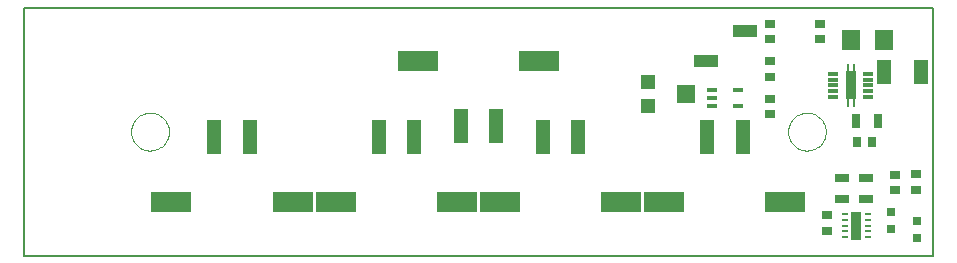
<source format=gtp>
G75*
G70*
%OFA0B0*%
%FSLAX24Y24*%
%IPPOS*%
%LPD*%
%AMOC8*
5,1,8,0,0,1.08239X$1,22.5*
%
%ADD10C,0.0080*%
%ADD11R,0.0315X0.0472*%
%ADD12R,0.0335X0.0117*%
%ADD13R,0.0110X0.0276*%
%ADD14R,0.0340X0.0940*%
%ADD15R,0.0354X0.0276*%
%ADD16R,0.0276X0.0354*%
%ADD17R,0.0630X0.0709*%
%ADD18R,0.0472X0.0787*%
%ADD19R,0.0472X0.0315*%
%ADD20R,0.0315X0.0315*%
%ADD21C,0.0000*%
%ADD22R,0.1350X0.0650*%
%ADD23R,0.0500X0.1150*%
%ADD24R,0.0197X0.0098*%
%ADD25R,0.0331X0.0945*%
%ADD26R,0.0472X0.0472*%
%ADD27R,0.0591X0.0630*%
%ADD28R,0.0787X0.0394*%
%ADD29R,0.0354X0.0157*%
D10*
X000140Y000149D02*
X000140Y008409D01*
X030439Y008409D01*
X030439Y000149D01*
X000140Y000149D01*
D11*
X027888Y004619D03*
X028597Y004619D03*
D12*
X028273Y005426D03*
X028273Y005623D03*
X028273Y005819D03*
X028273Y006016D03*
X028273Y006213D03*
X027112Y006213D03*
X027112Y006016D03*
X027112Y005819D03*
X027112Y005623D03*
X027112Y005426D03*
D13*
X027594Y005229D03*
X027791Y005229D03*
X027791Y006410D03*
X027594Y006410D03*
D14*
X027692Y005819D03*
D15*
X024992Y006114D03*
X024992Y006625D03*
X024992Y007364D03*
X024992Y007875D03*
X026672Y007875D03*
X026672Y007364D03*
X024992Y005375D03*
X024992Y004864D03*
X029179Y002844D03*
X029882Y002858D03*
X029882Y002346D03*
X029179Y002332D03*
X026920Y001484D03*
X026920Y000972D03*
D16*
X027907Y003939D03*
X028418Y003939D03*
D17*
X028794Y007339D03*
X027691Y007339D03*
D18*
X028793Y006269D03*
X030052Y006269D03*
D19*
X028191Y002740D03*
X027414Y002740D03*
X027414Y002031D03*
X028191Y002031D03*
D20*
X029040Y001614D03*
X029892Y001314D03*
X029040Y001023D03*
X029892Y000724D03*
D21*
X025608Y004279D02*
X025610Y004329D01*
X025616Y004379D01*
X025626Y004428D01*
X025640Y004476D01*
X025657Y004523D01*
X025678Y004568D01*
X025703Y004612D01*
X025731Y004653D01*
X025763Y004692D01*
X025797Y004729D01*
X025834Y004763D01*
X025874Y004793D01*
X025916Y004820D01*
X025960Y004844D01*
X026006Y004865D01*
X026053Y004881D01*
X026101Y004894D01*
X026151Y004903D01*
X026200Y004908D01*
X026251Y004909D01*
X026301Y004906D01*
X026350Y004899D01*
X026399Y004888D01*
X026447Y004873D01*
X026493Y004855D01*
X026538Y004833D01*
X026581Y004807D01*
X026622Y004778D01*
X026661Y004746D01*
X026697Y004711D01*
X026729Y004673D01*
X026759Y004633D01*
X026786Y004590D01*
X026809Y004546D01*
X026828Y004500D01*
X026844Y004452D01*
X026856Y004403D01*
X026864Y004354D01*
X026868Y004304D01*
X026868Y004254D01*
X026864Y004204D01*
X026856Y004155D01*
X026844Y004106D01*
X026828Y004058D01*
X026809Y004012D01*
X026786Y003968D01*
X026759Y003925D01*
X026729Y003885D01*
X026697Y003847D01*
X026661Y003812D01*
X026622Y003780D01*
X026581Y003751D01*
X026538Y003725D01*
X026493Y003703D01*
X026447Y003685D01*
X026399Y003670D01*
X026350Y003659D01*
X026301Y003652D01*
X026251Y003649D01*
X026200Y003650D01*
X026151Y003655D01*
X026101Y003664D01*
X026053Y003677D01*
X026006Y003693D01*
X025960Y003714D01*
X025916Y003738D01*
X025874Y003765D01*
X025834Y003795D01*
X025797Y003829D01*
X025763Y003866D01*
X025731Y003905D01*
X025703Y003946D01*
X025678Y003990D01*
X025657Y004035D01*
X025640Y004082D01*
X025626Y004130D01*
X025616Y004179D01*
X025610Y004229D01*
X025608Y004279D01*
X003711Y004279D02*
X003713Y004329D01*
X003719Y004379D01*
X003729Y004428D01*
X003743Y004476D01*
X003760Y004523D01*
X003781Y004568D01*
X003806Y004612D01*
X003834Y004653D01*
X003866Y004692D01*
X003900Y004729D01*
X003937Y004763D01*
X003977Y004793D01*
X004019Y004820D01*
X004063Y004844D01*
X004109Y004865D01*
X004156Y004881D01*
X004204Y004894D01*
X004254Y004903D01*
X004303Y004908D01*
X004354Y004909D01*
X004404Y004906D01*
X004453Y004899D01*
X004502Y004888D01*
X004550Y004873D01*
X004596Y004855D01*
X004641Y004833D01*
X004684Y004807D01*
X004725Y004778D01*
X004764Y004746D01*
X004800Y004711D01*
X004832Y004673D01*
X004862Y004633D01*
X004889Y004590D01*
X004912Y004546D01*
X004931Y004500D01*
X004947Y004452D01*
X004959Y004403D01*
X004967Y004354D01*
X004971Y004304D01*
X004971Y004254D01*
X004967Y004204D01*
X004959Y004155D01*
X004947Y004106D01*
X004931Y004058D01*
X004912Y004012D01*
X004889Y003968D01*
X004862Y003925D01*
X004832Y003885D01*
X004800Y003847D01*
X004764Y003812D01*
X004725Y003780D01*
X004684Y003751D01*
X004641Y003725D01*
X004596Y003703D01*
X004550Y003685D01*
X004502Y003670D01*
X004453Y003659D01*
X004404Y003652D01*
X004354Y003649D01*
X004303Y003650D01*
X004254Y003655D01*
X004204Y003664D01*
X004156Y003677D01*
X004109Y003693D01*
X004063Y003714D01*
X004019Y003738D01*
X003977Y003765D01*
X003937Y003795D01*
X003900Y003829D01*
X003866Y003866D01*
X003834Y003905D01*
X003806Y003946D01*
X003781Y003990D01*
X003760Y004035D01*
X003743Y004082D01*
X003729Y004130D01*
X003719Y004179D01*
X003713Y004229D01*
X003711Y004279D01*
D22*
X005056Y001940D03*
X009100Y001940D03*
X010531Y001940D03*
X014574Y001940D03*
X016005Y001940D03*
X020048Y001940D03*
X021480Y001940D03*
X025523Y001940D03*
X017311Y006617D03*
X013268Y006617D03*
D23*
X014699Y004460D03*
X015880Y004460D03*
X017436Y004098D03*
X018617Y004098D03*
X022911Y004098D03*
X024092Y004098D03*
X013143Y004098D03*
X011962Y004098D03*
X007669Y004098D03*
X006487Y004098D03*
D24*
X027516Y001543D03*
X027516Y001346D03*
X027516Y001149D03*
X027516Y000952D03*
X027516Y000755D03*
X028264Y000755D03*
X028264Y000952D03*
X028264Y001149D03*
X028264Y001346D03*
X028264Y001543D03*
D25*
X027890Y001149D03*
D26*
X020931Y005130D03*
X020931Y005918D03*
D27*
X022211Y005524D03*
D28*
X022865Y006649D03*
X024165Y007649D03*
D29*
X023948Y005655D03*
X023082Y005655D03*
X023082Y005399D03*
X023082Y005143D03*
X023948Y005143D03*
M02*

</source>
